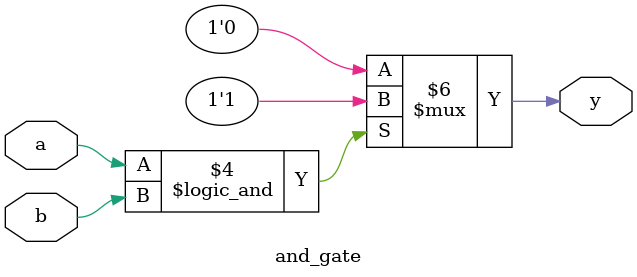
<source format=sv>
module and_gate(input a,b, output reg y);
	always @(a,b)
	begin
		if(a==1'b1 && b==1'b1)
			#1 y =1'b1;
		else
			#1 y =1'b0;
	end
endmodule

</source>
